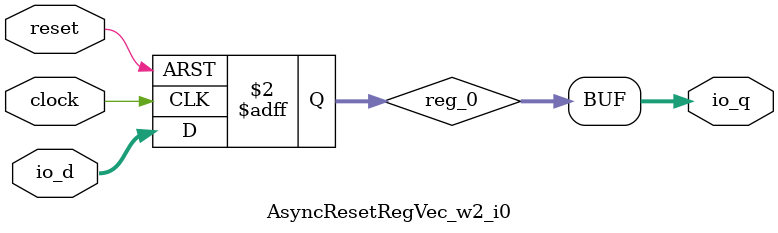
<source format=sv>
`ifndef RANDOMIZE
  `ifdef RANDOMIZE_REG_INIT
    `define RANDOMIZE
  `endif // RANDOMIZE_REG_INIT
`endif // not def RANDOMIZE
`ifndef RANDOMIZE
  `ifdef RANDOMIZE_MEM_INIT
    `define RANDOMIZE
  `endif // RANDOMIZE_MEM_INIT
`endif // not def RANDOMIZE

`ifndef RANDOM
  `define RANDOM $random
`endif // not def RANDOM

// Users can define 'ASSERT_VERBOSE_COND' to add an extra gate to assert error printing.
`ifndef ASSERT_VERBOSE_COND_
  `ifdef ASSERT_VERBOSE_COND
    `define ASSERT_VERBOSE_COND_ (`ASSERT_VERBOSE_COND)
  `else  // ASSERT_VERBOSE_COND
    `define ASSERT_VERBOSE_COND_ 1
  `endif // ASSERT_VERBOSE_COND
`endif // not def ASSERT_VERBOSE_COND_

// Users can define 'STOP_COND' to add an extra gate to stop conditions.
`ifndef STOP_COND_
  `ifdef STOP_COND
    `define STOP_COND_ (`STOP_COND)
  `else  // STOP_COND
    `define STOP_COND_ 1
  `endif // STOP_COND
`endif // not def STOP_COND_

// Users can define INIT_RANDOM as general code that gets injected into the
// initializer block for modules with registers.
`ifndef INIT_RANDOM
  `define INIT_RANDOM
`endif // not def INIT_RANDOM

// If using random initialization, you can also define RANDOMIZE_DELAY to
// customize the delay used, otherwise 0.002 is used.
`ifndef RANDOMIZE_DELAY
  `define RANDOMIZE_DELAY 0.002
`endif // not def RANDOMIZE_DELAY

// Define INIT_RANDOM_PROLOG_ for use in our modules below.
`ifndef INIT_RANDOM_PROLOG_
  `ifdef RANDOMIZE
    `ifdef VERILATOR
      `define INIT_RANDOM_PROLOG_ `INIT_RANDOM
    `else  // VERILATOR
      `define INIT_RANDOM_PROLOG_ `INIT_RANDOM #`RANDOMIZE_DELAY begin end
    `endif // VERILATOR
  `else  // RANDOMIZE
    `define INIT_RANDOM_PROLOG_
  `endif // RANDOMIZE
`endif // not def INIT_RANDOM_PROLOG_

module AsyncResetRegVec_w2_i0(
  input        clock,
               reset,
  input  [1:0] io_d,	// src/main/scala/util/AsyncResetReg.scala:59:14
  output [1:0] io_q	// src/main/scala/util/AsyncResetReg.scala:59:14
);

  reg [1:0] reg_0;	// src/main/scala/util/AsyncResetReg.scala:61:50
  always @(posedge clock or posedge reset) begin
    if (reset)
      reg_0 <= 2'h0;	// src/main/scala/util/AsyncResetReg.scala:61:50
    else
      reg_0 <= io_d;	// src/main/scala/util/AsyncResetReg.scala:61:50
  end // always @(posedge, posedge)
  `ifndef SYNTHESIS
    `ifdef FIRRTL_BEFORE_INITIAL
      `FIRRTL_BEFORE_INITIAL
    `endif // FIRRTL_BEFORE_INITIAL
    initial begin
      automatic logic [31:0] _RANDOM[0:0];
      `ifdef INIT_RANDOM_PROLOG_
        `INIT_RANDOM_PROLOG_
      `endif // INIT_RANDOM_PROLOG_
      `ifdef RANDOMIZE_REG_INIT
        _RANDOM[/*Zero width*/ 1'b0] = `RANDOM;
        reg_0 = _RANDOM[/*Zero width*/ 1'b0][1:0];	// src/main/scala/util/AsyncResetReg.scala:61:50
      `endif // RANDOMIZE_REG_INIT
      if (reset)
        reg_0 = 2'h0;	// src/main/scala/util/AsyncResetReg.scala:61:50
    end // initial
    `ifdef FIRRTL_AFTER_INITIAL
      `FIRRTL_AFTER_INITIAL
    `endif // FIRRTL_AFTER_INITIAL
  `endif // not def SYNTHESIS
  assign io_q = reg_0;	// src/main/scala/util/AsyncResetReg.scala:61:50
endmodule


</source>
